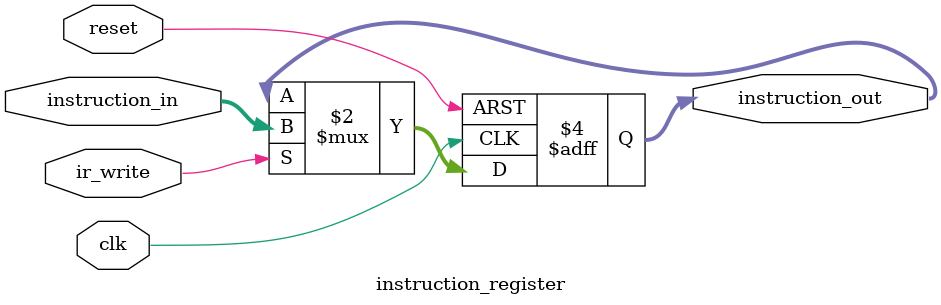
<source format=sv>
module instruction_register(
    input  logic        clk,         // Clock signal
    input  logic        reset,       // Reset signal
    input  logic        ir_write,    // Enable writing to the instruction register
    input  logic [31:0] instruction_in, // Instruction from memory
    output logic [31:0] instruction_out  // Instruction to decoder/control logic
);

    always_ff @(posedge clk or posedge reset) begin
        if (reset) begin
            instruction_out <= 32'b0;
        end else if (ir_write) begin
            instruction_out <= instruction_in;
        end
    end

endmodule

</source>
